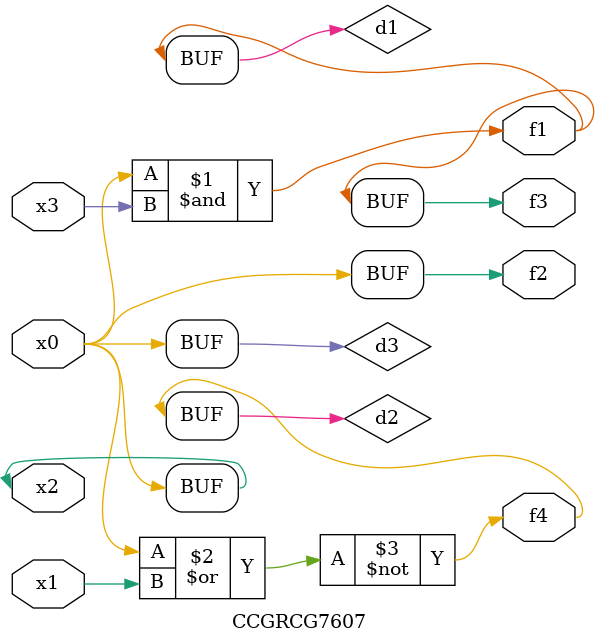
<source format=v>
module CCGRCG7607(
	input x0, x1, x2, x3,
	output f1, f2, f3, f4
);

	wire d1, d2, d3;

	and (d1, x2, x3);
	nor (d2, x0, x1);
	buf (d3, x0, x2);
	assign f1 = d1;
	assign f2 = d3;
	assign f3 = d1;
	assign f4 = d2;
endmodule

</source>
